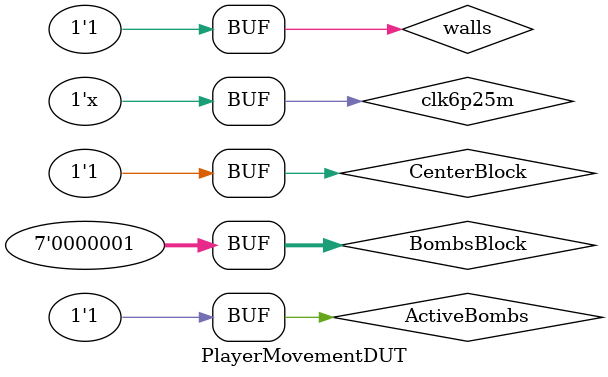
<source format=v>
`timescale 1ns / 1ps


module PlayerMovementDUT();
    
    reg clk6p25m = 0;
    reg walls = 0;
    reg CenterBlock = 0;
    reg[12:0] pixel_index = 0;
    reg[6:0] BombsBlock = 0;
    reg ActiveBombs = 0; 
    wire ExplosionAnimation;
    ExplodeBomb ExplodeAnimation(
        .clk6p25m(clk6p25m) , 
        .pixel_index(pixel_index),
        .BombBlock(BombsBlock),    
        .active(ActiveBombs),   
        .walls(walls) , .CenterBlock(CenterBlock),        
        .ExplosionAnimation(ExplosionAnimation)
    );
       
       initial begin
            #100; 
            walls = 1; CenterBlock = 1;
            BombsBlock = 1;
            ActiveBombs = 1;
       end
       
       always begin
            clk6p25m = ~clk6p25m; #80;
       end
       
       always begin 
            pixel_index <= (pixel_index == 96*64) ? 0 : pixel_index + 1; #5;
       end
endmodule

</source>
